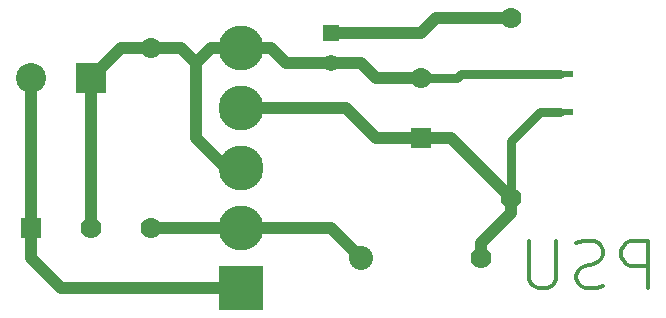
<source format=gbl>
G04 (created by PCBNEW (2013-mar-13)-testing) date Thu 13 Mar 2014 00:34:49 CET*
%MOIN*%
G04 Gerber Fmt 3.4, Leading zero omitted, Abs format*
%FSLAX34Y34*%
G01*
G70*
G90*
G04 APERTURE LIST*
%ADD10C,0.005906*%
%ADD11C,0.011811*%
%ADD12R,0.090600X0.019700*%
%ADD13R,0.070000X0.070000*%
%ADD14C,0.070000*%
%ADD15R,0.055000X0.055000*%
%ADD16C,0.055000*%
%ADD17R,0.100000X0.100000*%
%ADD18C,0.100000*%
%ADD19C,0.150000*%
%ADD20R,0.150000X0.150000*%
%ADD21C,0.080000*%
%ADD22C,0.039370*%
%ADD23C,0.031496*%
G04 APERTURE END LIST*
G54D10*
G54D11*
X29587Y-16012D02*
X29587Y-14437D01*
X28987Y-14437D01*
X28837Y-14512D01*
X28762Y-14587D01*
X28687Y-14737D01*
X28687Y-14962D01*
X28762Y-15112D01*
X28837Y-15187D01*
X28987Y-15262D01*
X29587Y-15262D01*
X28087Y-15937D02*
X27862Y-16012D01*
X27487Y-16012D01*
X27337Y-15937D01*
X27262Y-15862D01*
X27187Y-15712D01*
X27187Y-15562D01*
X27262Y-15412D01*
X27337Y-15337D01*
X27487Y-15262D01*
X27787Y-15187D01*
X27937Y-15112D01*
X28012Y-15037D01*
X28087Y-14887D01*
X28087Y-14737D01*
X28012Y-14587D01*
X27937Y-14512D01*
X27787Y-14437D01*
X27412Y-14437D01*
X27187Y-14512D01*
X26512Y-14437D02*
X26512Y-15712D01*
X26437Y-15862D01*
X26362Y-15937D01*
X26212Y-16012D01*
X25912Y-16012D01*
X25762Y-15937D01*
X25687Y-15862D01*
X25612Y-15712D01*
X25612Y-14437D01*
G54D12*
X26642Y-10130D03*
X26642Y-8870D03*
G54D13*
X9000Y-14000D03*
G54D14*
X11000Y-14000D03*
G54D13*
X22000Y-11000D03*
G54D14*
X22000Y-9000D03*
X13000Y-8000D03*
X13000Y-14000D03*
G54D15*
X19000Y-7500D03*
G54D16*
X19000Y-8500D03*
G54D14*
X25000Y-13000D03*
X25000Y-7000D03*
G54D17*
X11000Y-9000D03*
G54D18*
X9000Y-9000D03*
G54D19*
X16000Y-14000D03*
X16000Y-12000D03*
G54D20*
X16000Y-16000D03*
G54D19*
X16000Y-10000D03*
X16000Y-8000D03*
G54D21*
X20000Y-15000D03*
G54D14*
X24000Y-15000D03*
G54D22*
X19000Y-7500D02*
X22000Y-7500D01*
X22500Y-7000D02*
X25000Y-7000D01*
X22000Y-7500D02*
X22500Y-7000D01*
G54D23*
X25000Y-13000D02*
X25000Y-11100D01*
X25970Y-10130D02*
X26642Y-10130D01*
X25000Y-11100D02*
X25970Y-10130D01*
G54D22*
X22000Y-11000D02*
X23000Y-11000D01*
X23000Y-11000D02*
X25000Y-13000D01*
X16000Y-10000D02*
X19500Y-10000D01*
X20500Y-11000D02*
X22000Y-11000D01*
X19500Y-10000D02*
X20500Y-11000D01*
X24000Y-15000D02*
X24000Y-14500D01*
X24000Y-14500D02*
X25000Y-13500D01*
X25000Y-13500D02*
X25000Y-13000D01*
X9000Y-14000D02*
X9000Y-15000D01*
X10000Y-16000D02*
X16000Y-16000D01*
X9000Y-15000D02*
X10000Y-16000D01*
X9000Y-9000D02*
X9000Y-14000D01*
X18500Y-14000D02*
X19000Y-14000D01*
X18000Y-14000D02*
X18500Y-14000D01*
X16000Y-14000D02*
X18000Y-14000D01*
X19000Y-14000D02*
X20000Y-15000D01*
X13000Y-14000D02*
X16000Y-14000D01*
G54D23*
X22000Y-9000D02*
X23200Y-9000D01*
X23330Y-8870D02*
X26642Y-8870D01*
X23200Y-9000D02*
X23330Y-8870D01*
G54D22*
X19000Y-8500D02*
X20000Y-8500D01*
X20500Y-9000D02*
X22000Y-9000D01*
X20000Y-8500D02*
X20500Y-9000D01*
X16000Y-8000D02*
X17000Y-8000D01*
X17500Y-8500D02*
X19000Y-8500D01*
X17000Y-8000D02*
X17500Y-8500D01*
X14500Y-8500D02*
X14500Y-11000D01*
X15500Y-12000D02*
X16000Y-12000D01*
X14500Y-11000D02*
X15500Y-12000D01*
X14500Y-8500D02*
X14000Y-8000D01*
X15000Y-8000D02*
X14500Y-8500D01*
X16000Y-8000D02*
X15000Y-8000D01*
X14000Y-8000D02*
X13000Y-8000D01*
X11000Y-9000D02*
X12000Y-8000D01*
X12000Y-8000D02*
X13000Y-8000D01*
X11000Y-14000D02*
X11000Y-9000D01*
M02*

</source>
